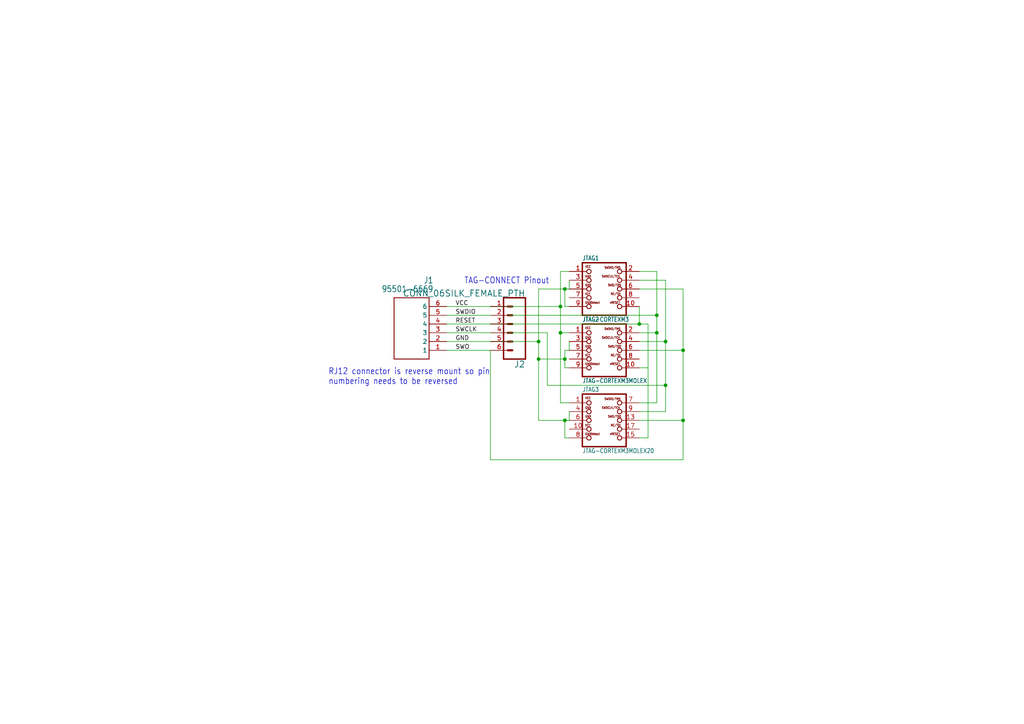
<source format=kicad_sch>
(kicad_sch (version 20211123) (generator eeschema)
  (paper "A4")
  (lib_symbols
    (symbol "TC2030-MCP-NL-Adapter-eagle-import:95501-6669"
      (property "Reference" "J" (at 16.51 7.62 0))
      (property "Value" "95501-6669" (at 16.51 5.08 0))
      (symbol "95501-6669_1_0"
        (polyline (pts (xy 5.08 2.54) (xy 5.08 -15.24)) (stroke (width 0.254)))
        (polyline (pts (xy 5.08 2.54) (xy 15.24 2.54)) (stroke (width 0.254)))
        (polyline (pts (xy 15.24 -15.24) (xy 5.08 -15.24)) (stroke (width 0.254)))
        (polyline (pts (xy 15.24 -15.24) (xy 15.24 2.54)) (stroke (width 0.254)))
        (pin bidirectional line (at 0 0 0) (length 5.08) (name "1") (number "1"))
        (pin bidirectional line (at 0 -2.54 0) (length 5.08) (name "2") (number "2"))
        (pin bidirectional line (at 0 -5.08 0) (length 5.08) (name "3") (number "3"))
        (pin bidirectional line (at 0 -7.62 0) (length 5.08) (name "4") (number "4"))
        (pin bidirectional line (at 0 -10.16 0) (length 5.08) (name "5") (number "5"))
        (pin bidirectional line (at 0 -12.7 0) (length 5.08) (name "6") (number "6"))
      )
    )
    (symbol "TC2030-MCP-NL-Adapter-eagle-import:CONN_06SILK_FEMALE_PTH"
      (property "Reference" "J" (at -5.08 10.668 0))
      (property "Value" "CONN_06SILK_FEMALE_PTH" (at -5.08 -9.906 0))
      (symbol "CONN_06SILK_FEMALE_PTH_1_0"
        (polyline (pts (xy -5.08 10.16) (xy -5.08 -7.62)) (stroke (width 0.4064)))
        (polyline (pts (xy -5.08 10.16) (xy 1.27 10.16)) (stroke (width 0.4064)))
        (polyline (pts (xy -1.27 -5.08) (xy 0 -5.08)) (stroke (width 0.6096)))
        (polyline (pts (xy -1.27 -2.54) (xy 0 -2.54)) (stroke (width 0.6096)))
        (polyline (pts (xy -1.27 0) (xy 0 0)) (stroke (width 0.6096)))
        (polyline (pts (xy -1.27 2.54) (xy 0 2.54)) (stroke (width 0.6096)))
        (polyline (pts (xy -1.27 5.08) (xy 0 5.08)) (stroke (width 0.6096)))
        (polyline (pts (xy -1.27 7.62) (xy 0 7.62)) (stroke (width 0.6096)))
        (polyline (pts (xy 1.27 -7.62) (xy -5.08 -7.62)) (stroke (width 0.4064)))
        (polyline (pts (xy 1.27 -7.62) (xy 1.27 10.16)) (stroke (width 0.4064)))
        (pin passive line (at 5.08 -5.08 180) (length 5.08) (name "1") (number "1"))
        (pin passive line (at 5.08 -2.54 180) (length 5.08) (name "2") (number "2"))
        (pin passive line (at 5.08 0 180) (length 5.08) (name "3") (number "3"))
        (pin passive line (at 5.08 2.54 180) (length 5.08) (name "4") (number "4"))
        (pin passive line (at 5.08 5.08 180) (length 5.08) (name "5") (number "5"))
        (pin passive line (at 5.08 7.62 180) (length 5.08) (name "6") (number "6"))
      )
    )
    (symbol "TC2030-MCP-NL-Adapter-eagle-import:JTAG-CORTEXM3"
      (property "Reference" "JTAG" (at -6.35 13.335 0))
      (property "Value" "JTAG-CORTEXM3" (at -6.35 -4.445 0))
      (symbol "JTAG-CORTEXM3_1_0"
        (circle (center -4.445 0) (radius 0.635) (stroke (width 0.254)))
        (circle (center -4.445 2.54) (radius 0.635) (stroke (width 0.254)))
        (circle (center -4.445 5.08) (radius 0.635) (stroke (width 0.254)))
        (circle (center -4.445 7.62) (radius 0.635) (stroke (width 0.254)))
        (circle (center -4.445 10.16) (radius 0.635) (stroke (width 0.254)))
        (polyline (pts (xy -6.35 12.7) (xy -6.35 -2.54)) (stroke (width 0.4064)))
        (polyline (pts (xy -6.35 12.7) (xy 6.35 12.7)) (stroke (width 0.4064)))
        (polyline (pts (xy 6.35 -2.54) (xy -6.35 -2.54)) (stroke (width 0.4064)))
        (polyline (pts (xy 6.35 -2.54) (xy 6.35 12.7)) (stroke (width 0.4064)))
        (circle (center 4.445 0) (radius 0.635) (stroke (width 0.254)))
        (circle (center 4.445 2.54) (radius 0.635) (stroke (width 0.254)))
        (circle (center 4.445 5.08) (radius 0.635) (stroke (width 0.254)))
        (circle (center 4.445 7.62) (radius 0.635) (stroke (width 0.254)))
        (circle (center 4.445 10.16) (radius 0.635) (stroke (width 0.254)))
        (text "GND" (at -5.588 5.842 0) (effects (font (size 0.635 0.5397)) (justify left bottom)))
        (text "GND" (at -5.588 8.382 0) (effects (font (size 0.635 0.5397)) (justify left bottom)))
        (text "GNDDetect" (at -5.588 0.762 0) (effects (font (size 0.635 0.5397)) (justify left bottom)))
        (text "KEY" (at -5.588 3.302 0) (effects (font (size 0.635 0.5397)) (justify left bottom)))
        (text "NC/TDI" (at 1.778 3.302 0) (effects (font (size 0.635 0.5397)) (justify left bottom)))
        (text "nRESET" (at 1.524 0.762 0) (effects (font (size 0.635 0.5397)) (justify left bottom)))
        (text "SWDCLK/TCK" (at -0.762 8.382 0) (effects (font (size 0.635 0.5397)) (justify left bottom)))
        (text "SWDIO/TMS" (at 0 10.922 0) (effects (font (size 0.635 0.5397)) (justify left bottom)))
        (text "SWO/TDO" (at 1.016 5.842 0) (effects (font (size 0.635 0.5397)) (justify left bottom)))
        (text "VCC" (at -5.588 11.176 0) (effects (font (size 0.635 0.5397)) (justify left bottom)))
        (pin passive line (at -10.16 10.16 0) (length 5.08) (name "1") (number "1"))
        (pin passive line (at 10.16 0 180) (length 5.08) (name "10") (number "10"))
        (pin passive line (at 10.16 10.16 180) (length 5.08) (name "2") (number "2"))
        (pin passive line (at -10.16 7.62 0) (length 5.08) (name "3") (number "3"))
        (pin passive line (at 10.16 7.62 180) (length 5.08) (name "4") (number "4"))
        (pin passive line (at -10.16 5.08 0) (length 5.08) (name "5") (number "5"))
        (pin passive line (at 10.16 5.08 180) (length 5.08) (name "6") (number "6"))
        (pin passive line (at -10.16 2.54 0) (length 5.08) (name "7") (number "7"))
        (pin passive line (at 10.16 2.54 180) (length 5.08) (name "8") (number "8"))
        (pin passive line (at -10.16 0 0) (length 5.08) (name "9") (number "9"))
      )
    )
    (symbol "TC2030-MCP-NL-Adapter-eagle-import:JTAG-CORTEXM3MOLEX"
      (property "Reference" "JTAG" (at -6.35 13.335 0))
      (property "Value" "JTAG-CORTEXM3MOLEX" (at -6.35 -4.445 0))
      (symbol "JTAG-CORTEXM3MOLEX_1_0"
        (circle (center -4.445 0) (radius 0.635) (stroke (width 0.254)))
        (circle (center -4.445 2.54) (radius 0.635) (stroke (width 0.254)))
        (circle (center -4.445 5.08) (radius 0.635) (stroke (width 0.254)))
        (circle (center -4.445 7.62) (radius 0.635) (stroke (width 0.254)))
        (circle (center -4.445 10.16) (radius 0.635) (stroke (width 0.254)))
        (polyline (pts (xy -6.35 12.7) (xy -6.35 -2.54)) (stroke (width 0.4064)))
        (polyline (pts (xy -6.35 12.7) (xy 6.35 12.7)) (stroke (width 0.4064)))
        (polyline (pts (xy 6.35 -2.54) (xy -6.35 -2.54)) (stroke (width 0.4064)))
        (polyline (pts (xy 6.35 -2.54) (xy 6.35 12.7)) (stroke (width 0.4064)))
        (circle (center 4.445 0) (radius 0.635) (stroke (width 0.254)))
        (circle (center 4.445 2.54) (radius 0.635) (stroke (width 0.254)))
        (circle (center 4.445 5.08) (radius 0.635) (stroke (width 0.254)))
        (circle (center 4.445 7.62) (radius 0.635) (stroke (width 0.254)))
        (circle (center 4.445 10.16) (radius 0.635) (stroke (width 0.254)))
        (text "GND" (at -5.588 5.842 0) (effects (font (size 0.635 0.5397)) (justify left bottom)))
        (text "GND" (at -5.588 8.382 0) (effects (font (size 0.635 0.5397)) (justify left bottom)))
        (text "GNDDetect" (at -5.588 0.762 0) (effects (font (size 0.635 0.5397)) (justify left bottom)))
        (text "KEY" (at -5.588 3.302 0) (effects (font (size 0.635 0.5397)) (justify left bottom)))
        (text "NC/TDI" (at 1.778 3.302 0) (effects (font (size 0.635 0.5397)) (justify left bottom)))
        (text "nRESET" (at 1.524 0.762 0) (effects (font (size 0.635 0.5397)) (justify left bottom)))
        (text "SWDCLK/TCK" (at -0.762 8.382 0) (effects (font (size 0.635 0.5397)) (justify left bottom)))
        (text "SWDIO/TMS" (at 0 10.922 0) (effects (font (size 0.635 0.5397)) (justify left bottom)))
        (text "SWO/TDO" (at 1.016 5.842 0) (effects (font (size 0.635 0.5397)) (justify left bottom)))
        (text "VCC" (at -5.588 11.176 0) (effects (font (size 0.635 0.5397)) (justify left bottom)))
        (pin passive line (at -10.16 10.16 0) (length 5.08) (name "1") (number "1"))
        (pin passive line (at 10.16 0 180) (length 5.08) (name "10") (number "10"))
        (pin passive line (at 10.16 10.16 180) (length 5.08) (name "2") (number "2"))
        (pin passive line (at -10.16 7.62 0) (length 5.08) (name "3") (number "3"))
        (pin passive line (at 10.16 7.62 180) (length 5.08) (name "4") (number "4"))
        (pin passive line (at -10.16 5.08 0) (length 5.08) (name "5") (number "5"))
        (pin passive line (at 10.16 5.08 180) (length 5.08) (name "6") (number "6"))
        (pin passive line (at -10.16 2.54 0) (length 5.08) (name "7") (number "7"))
        (pin passive line (at 10.16 2.54 180) (length 5.08) (name "8") (number "8"))
        (pin passive line (at -10.16 0 0) (length 5.08) (name "9") (number "9"))
      )
    )
    (symbol "TC2030-MCP-NL-Adapter-eagle-import:JTAG-CORTEXM3MOLEX20"
      (property "Reference" "JTAG" (at -6.35 13.335 0))
      (property "Value" "JTAG-CORTEXM3MOLEX20" (at -6.35 -4.445 0))
      (symbol "JTAG-CORTEXM3MOLEX20_1_0"
        (circle (center -4.445 0) (radius 0.635) (stroke (width 0.254)))
        (circle (center -4.445 2.54) (radius 0.635) (stroke (width 0.254)))
        (circle (center -4.445 5.08) (radius 0.635) (stroke (width 0.254)))
        (circle (center -4.445 7.62) (radius 0.635) (stroke (width 0.254)))
        (circle (center -4.445 10.16) (radius 0.635) (stroke (width 0.254)))
        (polyline (pts (xy -6.35 12.7) (xy -6.35 -2.54)) (stroke (width 0.4064)))
        (polyline (pts (xy -6.35 12.7) (xy 6.35 12.7)) (stroke (width 0.4064)))
        (polyline (pts (xy 6.35 -2.54) (xy -6.35 -2.54)) (stroke (width 0.4064)))
        (polyline (pts (xy 6.35 -2.54) (xy 6.35 12.7)) (stroke (width 0.4064)))
        (circle (center 4.445 0) (radius 0.635) (stroke (width 0.254)))
        (circle (center 4.445 2.54) (radius 0.635) (stroke (width 0.254)))
        (circle (center 4.445 5.08) (radius 0.635) (stroke (width 0.254)))
        (circle (center 4.445 7.62) (radius 0.635) (stroke (width 0.254)))
        (circle (center 4.445 10.16) (radius 0.635) (stroke (width 0.254)))
        (text "GND" (at -5.588 5.842 0) (effects (font (size 0.635 0.5397)) (justify left bottom)))
        (text "GND" (at -5.588 8.382 0) (effects (font (size 0.635 0.5397)) (justify left bottom)))
        (text "GNDDetect" (at -5.588 0.762 0) (effects (font (size 0.635 0.5397)) (justify left bottom)))
        (text "KEY" (at -5.588 3.302 0) (effects (font (size 0.635 0.5397)) (justify left bottom)))
        (text "NC/TDI" (at 1.778 3.302 0) (effects (font (size 0.635 0.5397)) (justify left bottom)))
        (text "nRESET" (at 1.524 0.762 0) (effects (font (size 0.635 0.5397)) (justify left bottom)))
        (text "SWDCLK/TCK" (at -0.762 8.382 0) (effects (font (size 0.635 0.5397)) (justify left bottom)))
        (text "SWDIO/TMS" (at 0 10.922 0) (effects (font (size 0.635 0.5397)) (justify left bottom)))
        (text "SWO/TDO" (at 1.016 5.842 0) (effects (font (size 0.635 0.5397)) (justify left bottom)))
        (text "VCC" (at -5.588 11.176 0) (effects (font (size 0.635 0.5397)) (justify left bottom)))
        (pin passive line (at -10.16 10.16 0) (length 5.08) (name "1") (number "1"))
        (pin passive line (at -10.16 2.54 0) (length 5.08) (name "7") (number "10"))
        (pin passive line (at 10.16 5.08 180) (length 5.08) (name "6") (number "13"))
        (pin passive line (at 10.16 0 180) (length 5.08) (name "10") (number "15"))
        (pin passive line (at 10.16 2.54 180) (length 5.08) (name "8") (number "17"))
        (pin passive line (at -10.16 7.62 0) (length 5.08) (name "3") (number "4"))
        (pin passive line (at -10.16 5.08 0) (length 5.08) (name "5") (number "6"))
        (pin passive line (at 10.16 10.16 180) (length 5.08) (name "2") (number "7"))
        (pin passive line (at -10.16 0 0) (length 5.08) (name "9") (number "8"))
        (pin passive line (at 10.16 7.62 180) (length 5.08) (name "4") (number "9"))
      )
    )
  )
  (junction (at 198.12 101.6))
  (junction (at 198.12 121.92))
  (junction (at 162.56 88.9))
  (junction (at 193.04 111.76))
  (junction (at 163.83 83.82))
  (junction (at 185.42 93.98))
  (junction (at 190.5 96.52))
  (junction (at 163.83 104.14))
  (junction (at 162.56 96.52))
  (junction (at 163.83 121.92))
  (junction (at 193.04 99.06))
  (junction (at 190.5 91.44))
  (junction (at 156.21 99.06))
  (junction (at 156.21 104.14))
  (wire (pts (xy 142.24 99.06) (xy 156.21 99.06)))
  (wire (pts (xy 162.56 88.9) (xy 162.56 78.74)))
  (wire (pts (xy 142.24 88.9) (xy 162.56 88.9)))
  (wire (pts (xy 185.42 101.6) (xy 198.12 101.6)))
  (wire (pts (xy 158.75 111.76) (xy 193.04 111.76)))
  (wire (pts (xy 142.24 91.44) (xy 190.5 91.44)))
  (wire (pts (xy 142.24 93.98) (xy 185.42 93.98)))
  (wire (pts (xy 142.24 96.52) (xy 158.75 96.52)))
  (wire (pts (xy 193.04 81.28) (xy 185.42 81.28)))
  (wire (pts (xy 193.04 111.76) (xy 193.04 99.06)))
  (wire (pts (xy 165.1 127) (xy 163.83 127)))
  (wire (pts (xy 163.83 88.9) (xy 163.83 83.82)))
  (wire (pts (xy 129.54 91.44) (xy 142.24 91.44)))
  (wire (pts (xy 187.96 106.68) (xy 185.42 106.68)))
  (wire (pts (xy 156.21 121.92) (xy 163.83 121.92)))
  (wire (pts (xy 198.12 133.35) (xy 198.12 121.92)))
  (wire (pts (xy 156.21 99.06) (xy 156.21 83.82)))
  (wire (pts (xy 193.04 119.38) (xy 185.42 119.38)))
  (wire (pts (xy 193.04 99.06) (xy 185.42 99.06)))
  (wire (pts (xy 190.5 91.44) (xy 190.5 78.74)))
  (wire (pts (xy 162.56 96.52) (xy 162.56 116.84)))
  (wire (pts (xy 190.5 91.44) (xy 190.5 96.52)))
  (wire (pts (xy 185.42 93.98) (xy 185.42 88.9)))
  (wire (pts (xy 156.21 99.06) (xy 156.21 104.14)))
  (wire (pts (xy 190.5 96.52) (xy 190.5 116.84)))
  (wire (pts (xy 187.96 93.98) (xy 187.96 106.68)))
  (wire (pts (xy 198.12 121.92) (xy 198.12 101.6)))
  (wire (pts (xy 198.12 101.6) (xy 198.12 83.82)))
  (wire (pts (xy 129.54 101.6) (xy 142.24 101.6)))
  (wire (pts (xy 162.56 78.74) (xy 165.1 78.74)))
  (wire (pts (xy 163.83 104.14) (xy 163.83 101.6)))
  (wire (pts (xy 158.75 96.52) (xy 158.75 111.76)))
  (wire (pts (xy 163.83 83.82) (xy 165.1 83.82)))
  (wire (pts (xy 129.54 93.98) (xy 142.24 93.98)))
  (wire (pts (xy 162.56 88.9) (xy 162.56 96.52)))
  (wire (pts (xy 142.24 101.6) (xy 142.24 133.35)))
  (wire (pts (xy 185.42 93.98) (xy 187.96 93.98)))
  (wire (pts (xy 190.5 78.74) (xy 185.42 78.74)))
  (wire (pts (xy 187.96 106.68) (xy 187.96 127)))
  (wire (pts (xy 163.83 101.6) (xy 165.1 101.6)))
  (wire (pts (xy 156.21 104.14) (xy 163.83 104.14)))
  (wire (pts (xy 156.21 104.14) (xy 156.21 121.92)))
  (wire (pts (xy 185.42 121.92) (xy 198.12 121.92)))
  (wire (pts (xy 165.1 106.68) (xy 163.83 106.68)))
  (wire (pts (xy 129.54 88.9) (xy 142.24 88.9)))
  (wire (pts (xy 190.5 116.84) (xy 185.42 116.84)))
  (wire (pts (xy 165.1 88.9) (xy 163.83 88.9)))
  (wire (pts (xy 165.1 83.82) (xy 165.1 81.28)))
  (wire (pts (xy 187.96 127) (xy 185.42 127)))
  (wire (pts (xy 162.56 116.84) (xy 165.1 116.84)))
  (wire (pts (xy 165.1 101.6) (xy 165.1 99.06)))
  (wire (pts (xy 198.12 83.82) (xy 185.42 83.82)))
  (wire (pts (xy 163.83 127) (xy 163.83 121.92)))
  (wire (pts (xy 193.04 99.06) (xy 193.04 81.28)))
  (wire (pts (xy 129.54 99.06) (xy 142.24 99.06)))
  (wire (pts (xy 162.56 96.52) (xy 165.1 96.52)))
  (wire (pts (xy 193.04 111.76) (xy 193.04 119.38)))
  (wire (pts (xy 163.83 121.92) (xy 165.1 121.92)))
  (wire (pts (xy 163.83 106.68) (xy 163.83 104.14)))
  (wire (pts (xy 156.21 83.82) (xy 163.83 83.82)))
  (wire (pts (xy 190.5 96.52) (xy 185.42 96.52)))
  (wire (pts (xy 165.1 119.38) (xy 165.1 121.92)))
  (wire (pts (xy 142.24 133.35) (xy 198.12 133.35)))
  (wire (pts (xy 129.54 96.52) (xy 142.24 96.52)))
  (text "RJ12 connector is reverse mount so pin\nnumbering needs to be reversed" (at 95.25 111.76 0) (effects (font (size 1.778 1.5113)) (justify left bottom)))
  (text "TAG-CONNECT Pinout" (at 134.62 82.55 180) (effects (font (size 1.778 1.5113)) (justify left bottom)))
  (label "SWDIO" (at 132.08 91.44 0) (effects (font (size 1.2446 1.2446))))
  (label "GND" (at 132.08 99.06 0) (effects (font (size 1.2446 1.2446))))
  (label "SWO" (at 132.08 101.6 0) (effects (font (size 1.2446 1.2446))))
  (label "SWCLK" (at 132.08 96.52 0) (effects (font (size 1.2446 1.2446))))
  (label "RESET" (at 132.08 93.98 0) (effects (font (size 1.2446 1.2446))))
  (label "VCC" (at 132.08 88.9 0) (effects (font (size 1.2446 1.2446))))
  (symbol (lib_id "TC2030-MCP-NL-Adapter-eagle-import:JTAG-CORTEXM3MOLEX20") (at 175.26 127 0) (unit 1)
    (property "Reference" "JTAG3" (at 168.91 113.665 0) (effects (font (size 1.27 1.0795)) (justify left bottom)))
    (property "Value" "JTAG-CORTEXM3MOLEX20" (at 168.91 131.445 0) (effects (font (size 1.27 1.0795)) (justify left bottom)))
    (property "Footprint" "TC2030-MCP-NL-Adapter:JTAG-ARM" (effects hide))
  )
  (symbol (lib_id "TC2030-MCP-NL-Adapter-eagle-import:95501-6669") (at 129.54 101.6 180) (unit 1)
    (property "Reference" "J1" (at 125.73 81.28 0) (effects (font (size 1.778 1.5113)) (justify left)))
    (property "Value" "95501-6669" (at 125.73 83.82 0) (effects (font (size 1.778 1.5113)) (justify left)))
    (property "Footprint" "TC2030-MCP-NL-Adapter:95501-6669" (effects hide))
  )
  (symbol (lib_id "TC2030-MCP-NL-Adapter-eagle-import:JTAG-CORTEXM3MOLEX") (at 175.26 106.68 0) (unit 1)
    (property "Reference" "JTAG2" (at 168.91 93.345 0) (effects (font (size 1.27 1.0795)) (justify left bottom)))
    (property "Value" "JTAG-CORTEXM3MOLEX" (at 168.91 111.125 0) (effects (font (size 1.27 1.0795)) (justify left bottom)))
    (property "Footprint" "TC2030-MCP-NL-Adapter:CORTEXM3_SWD10_MOLEX" (effects hide))
  )
  (symbol (lib_id "TC2030-MCP-NL-Adapter-eagle-import:JTAG-CORTEXM3") (at 175.26 88.9 0) (unit 1)
    (property "Reference" "JTAG1" (at 168.91 75.565 0) (effects (font (size 1.27 1.0795)) (justify left bottom)))
    (property "Value" "JTAG-CORTEXM3" (at 168.91 93.345 0) (effects (font (size 1.27 1.0795)) (justify left bottom)))
    (property "Footprint" "TC2030-MCP-NL-Adapter:2X05_1.27MM_SMT" (effects hide))
  )
  (symbol (lib_id "TC2030-MCP-NL-Adapter-eagle-import:CONN_06SILK_FEMALE_PTH") (at 147.32 93.98 180) (unit 1)
    (property "Reference" "J2" (at 152.4 104.648 0) (effects (font (size 1.778 1.778)) (justify left bottom)))
    (property "Value" "CONN_06SILK_FEMALE_PTH" (at 152.4 84.074 0) (effects (font (size 1.778 1.778)) (justify left bottom)))
    (property "Footprint" "TC2030-MCP-NL-Adapter:1X06" (effects hide))
  )
)
</source>
